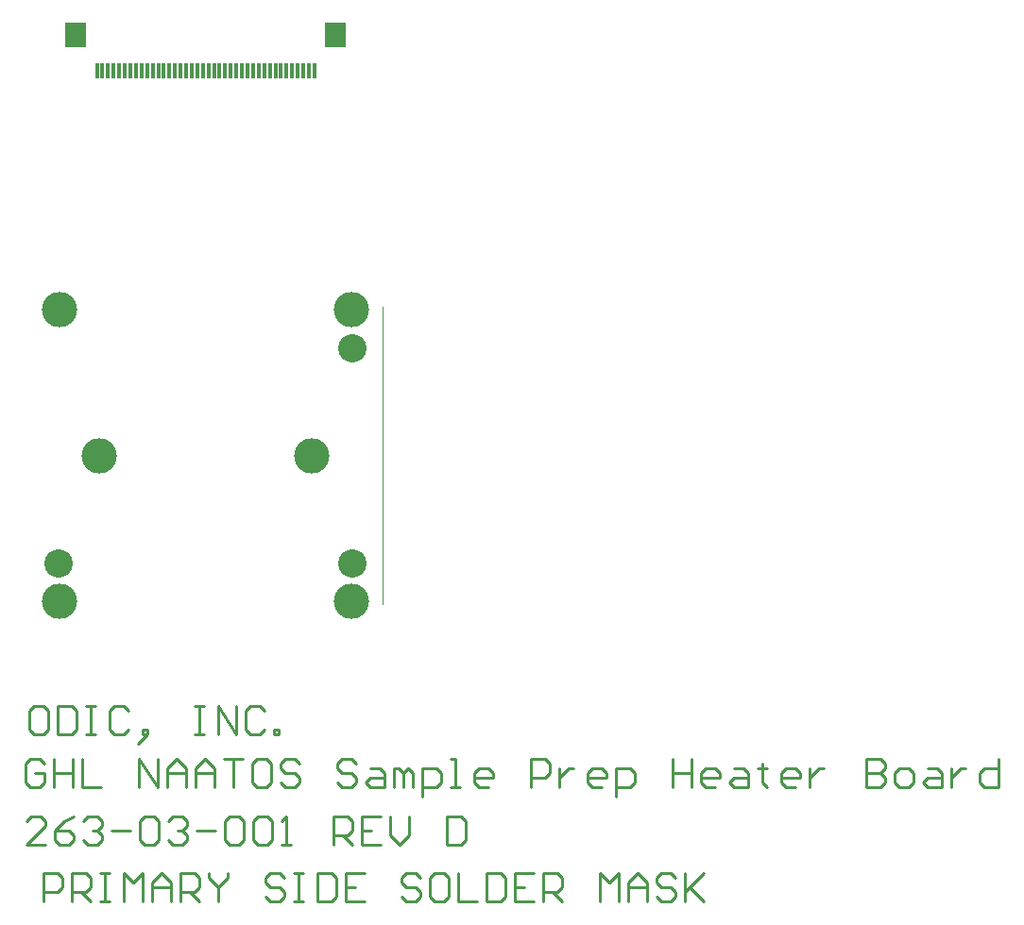
<source format=gts>
G04*
G04 #@! TF.GenerationSoftware,Altium Limited,Altium Designer,24.9.1 (31)*
G04*
G04 Layer_Color=8388736*
%FSLAX44Y44*%
%MOMM*%
G71*
G04*
G04 #@! TF.SameCoordinates,8DF27061-4A41-470E-9062-B82E270B293B*
G04*
G04*
G04 #@! TF.FilePolarity,Negative*
G04*
G01*
G75*
%ADD11C,0.2540*%
%ADD13C,0.0127*%
%ADD16R,0.4270X1.4270*%
%ADD17R,1.9270X2.3270*%
%ADD18C,2.5400*%
%ADD19C,3.1750*%
D11*
X13026Y-241148D02*
Y-215757D01*
X25722D01*
X29954Y-219989D01*
Y-228453D01*
X25722Y-232685D01*
X13026D01*
X38418Y-241148D02*
Y-215757D01*
X51114D01*
X55346Y-219989D01*
Y-228453D01*
X51114Y-232685D01*
X38418D01*
X46882D02*
X55346Y-241148D01*
X63810Y-215757D02*
X72274D01*
X68042D01*
Y-241148D01*
X63810D01*
X72274D01*
X84970D02*
Y-215757D01*
X93434Y-224221D01*
X101898Y-215757D01*
Y-241148D01*
X110362D02*
Y-224221D01*
X118826Y-215757D01*
X127290Y-224221D01*
Y-241148D01*
Y-228453D01*
X110362D01*
X135753Y-241148D02*
Y-215757D01*
X148449D01*
X152681Y-219989D01*
Y-228453D01*
X148449Y-232685D01*
X135753D01*
X144218D02*
X152681Y-241148D01*
X161145Y-215757D02*
Y-219989D01*
X169609Y-228453D01*
X178073Y-219989D01*
Y-215757D01*
X169609Y-228453D02*
Y-241148D01*
X228857Y-219989D02*
X224625Y-215757D01*
X216161D01*
X211929Y-219989D01*
Y-224221D01*
X216161Y-228453D01*
X224625D01*
X228857Y-232685D01*
Y-236917D01*
X224625Y-241148D01*
X216161D01*
X211929Y-236917D01*
X237321Y-215757D02*
X245785D01*
X241553D01*
Y-241148D01*
X237321D01*
X245785D01*
X258480Y-215757D02*
Y-241148D01*
X271176D01*
X275408Y-236917D01*
Y-219989D01*
X271176Y-215757D01*
X258480D01*
X300800D02*
X283872D01*
Y-241148D01*
X300800D01*
X283872Y-228453D02*
X292336D01*
X351584Y-219989D02*
X347352Y-215757D01*
X338888D01*
X334656Y-219989D01*
Y-224221D01*
X338888Y-228453D01*
X347352D01*
X351584Y-232685D01*
Y-236917D01*
X347352Y-241148D01*
X338888D01*
X334656Y-236917D01*
X372744Y-215757D02*
X364280D01*
X360048Y-219989D01*
Y-236917D01*
X364280Y-241148D01*
X372744D01*
X376976Y-236917D01*
Y-219989D01*
X372744Y-215757D01*
X385439D02*
Y-241148D01*
X402367D01*
X410831Y-215757D02*
Y-241148D01*
X423527D01*
X427759Y-236917D01*
Y-219989D01*
X423527Y-215757D01*
X410831D01*
X453151D02*
X436223D01*
Y-241148D01*
X453151D01*
X436223Y-228453D02*
X444687D01*
X461615Y-241148D02*
Y-215757D01*
X474311D01*
X478543Y-219989D01*
Y-228453D01*
X474311Y-232685D01*
X461615D01*
X470079D02*
X478543Y-241148D01*
X512398D02*
Y-215757D01*
X520862Y-224221D01*
X529326Y-215757D01*
Y-241148D01*
X537790D02*
Y-224221D01*
X546254Y-215757D01*
X554718Y-224221D01*
Y-241148D01*
Y-228453D01*
X537790D01*
X580110Y-219989D02*
X575878Y-215757D01*
X567414D01*
X563182Y-219989D01*
Y-224221D01*
X567414Y-228453D01*
X575878D01*
X580110Y-232685D01*
Y-236917D01*
X575878Y-241148D01*
X567414D01*
X563182Y-236917D01*
X588574Y-215757D02*
Y-241148D01*
Y-232685D01*
X605502Y-215757D01*
X592806Y-228453D01*
X605502Y-241148D01*
X12982Y-65749D02*
X4518D01*
X287Y-69981D01*
Y-86909D01*
X4518Y-91141D01*
X12982D01*
X17214Y-86909D01*
Y-69981D01*
X12982Y-65749D01*
X25678D02*
Y-91141D01*
X38374D01*
X42606Y-86909D01*
Y-69981D01*
X38374Y-65749D01*
X25678D01*
X51070D02*
X59534D01*
X55302D01*
Y-91141D01*
X51070D01*
X59534D01*
X89158Y-69981D02*
X84926Y-65749D01*
X76462D01*
X72230Y-69981D01*
Y-86909D01*
X76462Y-91141D01*
X84926D01*
X89158Y-86909D01*
X101854Y-95372D02*
X106086Y-91141D01*
Y-86909D01*
X101854D01*
Y-91141D01*
X106086D01*
X101854Y-95372D01*
X97622Y-99605D01*
X148405Y-65749D02*
X156869D01*
X152637D01*
Y-91141D01*
X148405D01*
X156869D01*
X169565D02*
Y-65749D01*
X186493Y-91141D01*
Y-65749D01*
X211885Y-69981D02*
X207653Y-65749D01*
X199189D01*
X194957Y-69981D01*
Y-86909D01*
X199189Y-91141D01*
X207653D01*
X211885Y-86909D01*
X220349Y-91141D02*
Y-86909D01*
X224581D01*
Y-91141D01*
X220349D01*
X14468Y-117106D02*
X10236Y-112874D01*
X1772D01*
X-2460Y-117106D01*
Y-134034D01*
X1772Y-138266D01*
X10236D01*
X14468Y-134034D01*
Y-125570D01*
X6004D01*
X22932Y-112874D02*
Y-138266D01*
Y-125570D01*
X39860D01*
Y-112874D01*
Y-138266D01*
X48324Y-112874D02*
Y-138266D01*
X65251D01*
X99107D02*
Y-112874D01*
X116035Y-138266D01*
Y-112874D01*
X124499Y-138266D02*
Y-121338D01*
X132963Y-112874D01*
X141427Y-121338D01*
Y-138266D01*
Y-125570D01*
X124499D01*
X149891Y-138266D02*
Y-121338D01*
X158355Y-112874D01*
X166819Y-121338D01*
Y-138266D01*
Y-125570D01*
X149891D01*
X175283Y-112874D02*
X192210D01*
X183746D01*
Y-138266D01*
X213370Y-112874D02*
X204906D01*
X200674Y-117106D01*
Y-134034D01*
X204906Y-138266D01*
X213370D01*
X217602Y-134034D01*
Y-117106D01*
X213370Y-112874D01*
X242994Y-117106D02*
X238762Y-112874D01*
X230298D01*
X226066Y-117106D01*
Y-121338D01*
X230298Y-125570D01*
X238762D01*
X242994Y-129802D01*
Y-134034D01*
X238762Y-138266D01*
X230298D01*
X226066Y-134034D01*
X293778Y-117106D02*
X289546Y-112874D01*
X281082D01*
X276850Y-117106D01*
Y-121338D01*
X281082Y-125570D01*
X289546D01*
X293778Y-129802D01*
Y-134034D01*
X289546Y-138266D01*
X281082D01*
X276850Y-134034D01*
X306474Y-121338D02*
X314937D01*
X319169Y-125570D01*
Y-138266D01*
X306474D01*
X302242Y-134034D01*
X306474Y-129802D01*
X319169D01*
X327633Y-138266D02*
Y-121338D01*
X331865D01*
X336097Y-125570D01*
Y-138266D01*
Y-125570D01*
X340329Y-121338D01*
X344561Y-125570D01*
Y-138266D01*
X353025Y-146730D02*
Y-121338D01*
X365721D01*
X369953Y-125570D01*
Y-134034D01*
X365721Y-138266D01*
X353025D01*
X378417D02*
X386881D01*
X382649D01*
Y-112874D01*
X378417D01*
X412273Y-138266D02*
X403809D01*
X399577Y-134034D01*
Y-125570D01*
X403809Y-121338D01*
X412273D01*
X416505Y-125570D01*
Y-129802D01*
X399577D01*
X450360Y-138266D02*
Y-112874D01*
X463056D01*
X467288Y-117106D01*
Y-125570D01*
X463056Y-129802D01*
X450360D01*
X475752Y-121338D02*
Y-138266D01*
Y-129802D01*
X479984Y-125570D01*
X484216Y-121338D01*
X488448D01*
X513840Y-138266D02*
X505376D01*
X501144Y-134034D01*
Y-125570D01*
X505376Y-121338D01*
X513840D01*
X518072Y-125570D01*
Y-129802D01*
X501144D01*
X526536Y-146730D02*
Y-121338D01*
X539232D01*
X543464Y-125570D01*
Y-134034D01*
X539232Y-138266D01*
X526536D01*
X577319Y-112874D02*
Y-138266D01*
Y-125570D01*
X594247D01*
Y-112874D01*
Y-138266D01*
X615407D02*
X606943D01*
X602711Y-134034D01*
Y-125570D01*
X606943Y-121338D01*
X615407D01*
X619639Y-125570D01*
Y-129802D01*
X602711D01*
X632335Y-121338D02*
X640799D01*
X645031Y-125570D01*
Y-138266D01*
X632335D01*
X628103Y-134034D01*
X632335Y-129802D01*
X645031D01*
X657727Y-117106D02*
Y-121338D01*
X653495D01*
X661959D01*
X657727D01*
Y-134034D01*
X661959Y-138266D01*
X687350D02*
X678886D01*
X674655Y-134034D01*
Y-125570D01*
X678886Y-121338D01*
X687350D01*
X691582Y-125570D01*
Y-129802D01*
X674655D01*
X700046Y-121338D02*
Y-138266D01*
Y-129802D01*
X704278Y-125570D01*
X708510Y-121338D01*
X712742D01*
X750830Y-112874D02*
Y-138266D01*
X763526D01*
X767758Y-134034D01*
Y-129802D01*
X763526Y-125570D01*
X750830D01*
X763526D01*
X767758Y-121338D01*
Y-117106D01*
X763526Y-112874D01*
X750830D01*
X780454Y-138266D02*
X788918D01*
X793150Y-134034D01*
Y-125570D01*
X788918Y-121338D01*
X780454D01*
X776222Y-125570D01*
Y-134034D01*
X780454Y-138266D01*
X805845Y-121338D02*
X814309D01*
X818541Y-125570D01*
Y-138266D01*
X805845D01*
X801613Y-134034D01*
X805845Y-129802D01*
X818541D01*
X827005Y-121338D02*
Y-138266D01*
Y-129802D01*
X831237Y-125570D01*
X835469Y-121338D01*
X839701D01*
X869325Y-112874D02*
Y-138266D01*
X856629D01*
X852397Y-134034D01*
Y-125570D01*
X856629Y-121338D01*
X869325D01*
X14854Y-190348D02*
X-2074D01*
X14854Y-173421D01*
Y-169189D01*
X10622Y-164957D01*
X2158D01*
X-2074Y-169189D01*
X40246Y-164957D02*
X31782Y-169189D01*
X23318Y-177653D01*
Y-186117D01*
X27550Y-190348D01*
X36014D01*
X40246Y-186117D01*
Y-181885D01*
X36014Y-177653D01*
X23318D01*
X48710Y-169189D02*
X52942Y-164957D01*
X61406D01*
X65638Y-169189D01*
Y-173421D01*
X61406Y-177653D01*
X57174D01*
X61406D01*
X65638Y-181885D01*
Y-186117D01*
X61406Y-190348D01*
X52942D01*
X48710Y-186117D01*
X74102Y-177653D02*
X91030D01*
X99494Y-169189D02*
X103726Y-164957D01*
X112190D01*
X116422Y-169189D01*
Y-186117D01*
X112190Y-190348D01*
X103726D01*
X99494Y-186117D01*
Y-169189D01*
X124886D02*
X129117Y-164957D01*
X137581D01*
X141813Y-169189D01*
Y-173421D01*
X137581Y-177653D01*
X133349D01*
X137581D01*
X141813Y-181885D01*
Y-186117D01*
X137581Y-190348D01*
X129117D01*
X124886Y-186117D01*
X150277Y-177653D02*
X167205D01*
X175669Y-169189D02*
X179901Y-164957D01*
X188365D01*
X192597Y-169189D01*
Y-186117D01*
X188365Y-190348D01*
X179901D01*
X175669Y-186117D01*
Y-169189D01*
X201061D02*
X205293Y-164957D01*
X213757D01*
X217989Y-169189D01*
Y-186117D01*
X213757Y-190348D01*
X205293D01*
X201061Y-186117D01*
Y-169189D01*
X226453Y-190348D02*
X234917D01*
X230685D01*
Y-164957D01*
X226453Y-169189D01*
X273004Y-190348D02*
Y-164957D01*
X285700D01*
X289932Y-169189D01*
Y-177653D01*
X285700Y-181885D01*
X273004D01*
X281468D02*
X289932Y-190348D01*
X315324Y-164957D02*
X298396D01*
Y-190348D01*
X315324D01*
X298396Y-177653D02*
X306860D01*
X323788Y-164957D02*
Y-181885D01*
X332252Y-190348D01*
X340716Y-181885D01*
Y-164957D01*
X374571D02*
Y-190348D01*
X387267D01*
X391499Y-186117D01*
Y-169189D01*
X387267Y-164957D01*
X374571D01*
D13*
X317500Y25400D02*
Y292100D01*
D16*
X256250Y503710D02*
D03*
X251250D02*
D03*
X246250D02*
D03*
X241250D02*
D03*
X236250D02*
D03*
X231250D02*
D03*
X226250D02*
D03*
X221250D02*
D03*
X216250D02*
D03*
X211250D02*
D03*
X206250D02*
D03*
X201250D02*
D03*
X196250D02*
D03*
X191250D02*
D03*
X186250D02*
D03*
X181250D02*
D03*
X176250D02*
D03*
X171250D02*
D03*
X166250D02*
D03*
X161250D02*
D03*
X156250D02*
D03*
X151250D02*
D03*
X146250D02*
D03*
X141250D02*
D03*
X136250D02*
D03*
X131250D02*
D03*
X126250D02*
D03*
X121250D02*
D03*
X116250D02*
D03*
X111250D02*
D03*
X106250D02*
D03*
X101250D02*
D03*
X96250D02*
D03*
X91250D02*
D03*
X86250D02*
D03*
X81250D02*
D03*
X76250D02*
D03*
X71250D02*
D03*
X66250D02*
D03*
X61250D02*
D03*
D17*
X42291Y536222D02*
D03*
X275209D02*
D03*
D18*
X290000Y255000D02*
D03*
Y62000D02*
D03*
X27000D02*
D03*
D19*
X289560Y289560D02*
D03*
X27940D02*
D03*
X63500Y158750D02*
D03*
X254000D02*
D03*
X289560Y27940D02*
D03*
X27940D02*
D03*
M02*

</source>
